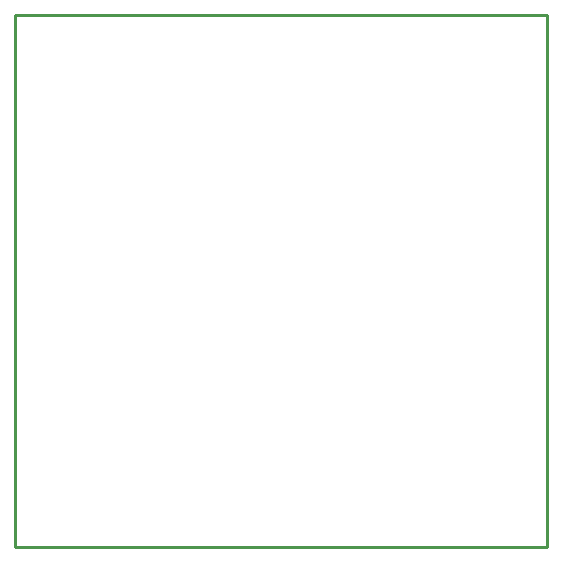
<source format=gko>
G04*
G04 #@! TF.GenerationSoftware,Altium Limited,Altium Designer,18.1.7 (191)*
G04*
G04 Layer_Color=16711935*
%FSLAX43Y43*%
%MOMM*%
G71*
G01*
G75*
%ADD17C,0.254*%
D17*
X45085Y0D02*
Y45047D01*
X0Y0D02*
X45085D01*
X-0Y45047D02*
X0Y0D01*
Y45047D02*
X45085D01*
M02*

</source>
